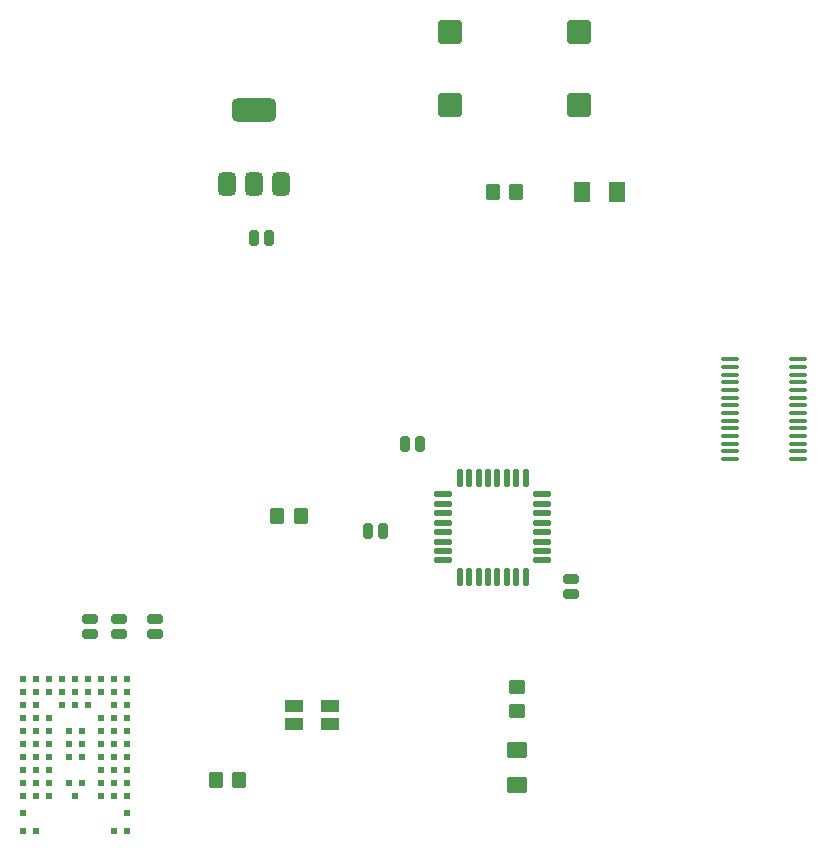
<source format=gbr>
%TF.GenerationSoftware,KiCad,Pcbnew,9.0.4*%
%TF.CreationDate,2025-10-16T20:53:51-05:00*%
%TF.ProjectId,MotorControl,4d6f746f-7243-46f6-9e74-726f6c2e6b69,rev?*%
%TF.SameCoordinates,Original*%
%TF.FileFunction,Paste,Top*%
%TF.FilePolarity,Positive*%
%FSLAX46Y46*%
G04 Gerber Fmt 4.6, Leading zero omitted, Abs format (unit mm)*
G04 Created by KiCad (PCBNEW 9.0.4) date 2025-10-16 20:53:51*
%MOMM*%
%LPD*%
G01*
G04 APERTURE LIST*
G04 Aperture macros list*
%AMRoundRect*
0 Rectangle with rounded corners*
0 $1 Rounding radius*
0 $2 $3 $4 $5 $6 $7 $8 $9 X,Y pos of 4 corners*
0 Add a 4 corners polygon primitive as box body*
4,1,4,$2,$3,$4,$5,$6,$7,$8,$9,$2,$3,0*
0 Add four circle primitives for the rounded corners*
1,1,$1+$1,$2,$3*
1,1,$1+$1,$4,$5*
1,1,$1+$1,$6,$7*
1,1,$1+$1,$8,$9*
0 Add four rect primitives between the rounded corners*
20,1,$1+$1,$2,$3,$4,$5,0*
20,1,$1+$1,$4,$5,$6,$7,0*
20,1,$1+$1,$6,$7,$8,$9,0*
20,1,$1+$1,$8,$9,$2,$3,0*%
G04 Aperture macros list end*
%ADD10RoundRect,0.208750X-0.431250X0.208750X-0.431250X-0.208750X0.431250X-0.208750X0.431250X0.208750X0*%
%ADD11RoundRect,0.250001X0.462499X0.624999X-0.462499X0.624999X-0.462499X-0.624999X0.462499X-0.624999X0*%
%ADD12R,1.500000X1.100000*%
%ADD13RoundRect,0.375000X0.375000X-0.625000X0.375000X0.625000X-0.375000X0.625000X-0.375000X-0.625000X0*%
%ADD14RoundRect,0.500000X1.400000X-0.500000X1.400000X0.500000X-1.400000X0.500000X-1.400000X-0.500000X0*%
%ADD15RoundRect,0.208750X0.208750X0.431250X-0.208750X0.431250X-0.208750X-0.431250X0.208750X-0.431250X0*%
%ADD16RoundRect,0.250000X0.750000X0.750000X-0.750000X0.750000X-0.750000X-0.750000X0.750000X-0.750000X0*%
%ADD17RoundRect,0.208750X0.431250X-0.208750X0.431250X0.208750X-0.431250X0.208750X-0.431250X-0.208750X0*%
%ADD18RoundRect,0.250001X0.624999X-0.462499X0.624999X0.462499X-0.624999X0.462499X-0.624999X-0.462499X0*%
%ADD19RoundRect,0.100000X0.637500X0.100000X-0.637500X0.100000X-0.637500X-0.100000X0.637500X-0.100000X0*%
%ADD20RoundRect,0.250000X0.450000X-0.350000X0.450000X0.350000X-0.450000X0.350000X-0.450000X-0.350000X0*%
%ADD21R,0.600000X0.600000*%
%ADD22RoundRect,0.250000X-0.350000X-0.450000X0.350000X-0.450000X0.350000X0.450000X-0.350000X0.450000X0*%
%ADD23RoundRect,0.250000X0.350000X0.450000X-0.350000X0.450000X-0.350000X-0.450000X0.350000X-0.450000X0*%
%ADD24RoundRect,0.208750X-0.208750X-0.431250X0.208750X-0.431250X0.208750X0.431250X-0.208750X0.431250X0*%
%ADD25RoundRect,0.125000X-0.625000X-0.125000X0.625000X-0.125000X0.625000X0.125000X-0.625000X0.125000X0*%
%ADD26RoundRect,0.125000X-0.125000X-0.625000X0.125000X-0.625000X0.125000X0.625000X-0.125000X0.625000X0*%
G04 APERTURE END LIST*
D10*
%TO.C,C7*%
X89000000Y-95372500D03*
X89000000Y-96627500D03*
%TD*%
D11*
%TO.C,D3*%
X131185000Y-59200000D03*
X128210000Y-59200000D03*
%TD*%
D12*
%TO.C,D1*%
X106817500Y-104220000D03*
X103817500Y-104220000D03*
X103817500Y-102720000D03*
X106817500Y-102720000D03*
%TD*%
D13*
%TO.C,U3*%
X98118300Y-58547400D03*
X100418300Y-58547400D03*
D14*
X100418300Y-52247400D03*
D13*
X102718300Y-58547400D03*
%TD*%
D15*
%TO.C,C3*%
X101673300Y-63068200D03*
X100418300Y-63068200D03*
%TD*%
D16*
%TO.C,J8*%
X127975000Y-51800000D03*
X127975000Y-45650000D03*
X116975000Y-45650000D03*
X116975000Y-51800000D03*
%TD*%
D17*
%TO.C,C5*%
X86500000Y-96627500D03*
X86500000Y-95372500D03*
%TD*%
D18*
%TO.C,D2*%
X122682000Y-109437500D03*
X122682000Y-106462500D03*
%TD*%
D19*
%TO.C,U1*%
X146475000Y-81800000D03*
X146475000Y-81150000D03*
X146475000Y-80500000D03*
X146475000Y-79850000D03*
X146475000Y-79200000D03*
X146475000Y-78550000D03*
X146475000Y-77900000D03*
X146475000Y-77250000D03*
X146475000Y-76600000D03*
X146475000Y-75950000D03*
X146475000Y-75300000D03*
X146475000Y-74650000D03*
X146475000Y-74000000D03*
X146475000Y-73350000D03*
X140750000Y-73350000D03*
X140750000Y-74000000D03*
X140750000Y-74650000D03*
X140750000Y-75300000D03*
X140750000Y-75950000D03*
X140750000Y-76600000D03*
X140750000Y-77250000D03*
X140750000Y-77900000D03*
X140750000Y-78550000D03*
X140750000Y-79200000D03*
X140750000Y-79850000D03*
X140750000Y-80500000D03*
X140750000Y-81150000D03*
X140750000Y-81800000D03*
%TD*%
D17*
%TO.C,C6*%
X92000000Y-96627500D03*
X92000000Y-95372500D03*
%TD*%
D20*
%TO.C,R1*%
X122682000Y-103092000D03*
X122682000Y-101092000D03*
%TD*%
D21*
%TO.C,U2*%
X80883400Y-100400000D03*
X81983400Y-100400000D03*
X83083400Y-100400000D03*
X84183400Y-100400000D03*
X85283400Y-100400000D03*
X86383400Y-100400000D03*
X87483400Y-100400000D03*
X88583400Y-100400000D03*
X89683400Y-100400000D03*
X80883400Y-101500000D03*
X81983400Y-101500000D03*
X83083400Y-101500000D03*
X84183400Y-101500000D03*
X85283400Y-101500000D03*
X86383400Y-101500000D03*
X87483400Y-101500000D03*
X88583400Y-101500000D03*
X89683400Y-101500000D03*
X80883400Y-102600000D03*
X81983400Y-102600000D03*
X84183400Y-102600000D03*
X85283400Y-102600000D03*
X86383400Y-102600000D03*
X88583400Y-102600000D03*
X89683400Y-102600000D03*
X80883400Y-103700000D03*
X81983400Y-103700000D03*
X83083400Y-103700000D03*
X87483400Y-103700000D03*
X88583400Y-103700000D03*
X89683400Y-103700000D03*
X80883400Y-104800000D03*
X81983400Y-104800000D03*
X83083400Y-104800000D03*
X84733400Y-104800000D03*
X85833400Y-104800000D03*
X87483400Y-104800000D03*
X88583400Y-104800000D03*
X89683400Y-104800000D03*
X80883400Y-105900000D03*
X81983400Y-105900000D03*
X83083400Y-105900000D03*
X84733400Y-105900000D03*
X85833400Y-105900000D03*
X87483400Y-105900000D03*
X88583400Y-105900000D03*
X89683400Y-105900000D03*
X80883400Y-107000000D03*
X81983400Y-107000000D03*
X83083400Y-107000000D03*
X84733400Y-107000000D03*
X85833400Y-107000000D03*
X87483400Y-107000000D03*
X88583400Y-107000000D03*
X89683400Y-107000000D03*
X80883400Y-108100000D03*
X81983400Y-108100000D03*
X83083400Y-108100000D03*
X87483400Y-108100000D03*
X88583400Y-108100000D03*
X89683400Y-108100000D03*
X80883400Y-109200000D03*
X81983400Y-109200000D03*
X83083400Y-109200000D03*
X84733400Y-109200000D03*
X85833400Y-109200000D03*
X87483400Y-109200000D03*
X88583400Y-109200000D03*
X89683400Y-109200000D03*
X80883400Y-110300000D03*
X81983400Y-110300000D03*
X83083400Y-110300000D03*
X85283400Y-110300000D03*
X87483400Y-110300000D03*
X88583400Y-110300000D03*
X89683400Y-110300000D03*
X80883400Y-111800000D03*
X89683400Y-111800000D03*
X80883400Y-113300000D03*
X81983400Y-113300000D03*
X88583400Y-113300000D03*
X89683400Y-113300000D03*
%TD*%
D22*
%TO.C,R4*%
X120631400Y-59200000D03*
X122631400Y-59200000D03*
%TD*%
D10*
%TO.C,C1*%
X127254000Y-91963000D03*
X127254000Y-93218000D03*
%TD*%
D23*
%TO.C,R2*%
X99180000Y-108980000D03*
X97180000Y-108980000D03*
%TD*%
D24*
%TO.C,C4*%
X113222800Y-80518000D03*
X114477800Y-80518000D03*
%TD*%
D25*
%TO.C,U4*%
X116455600Y-84788600D03*
X116455600Y-85588600D03*
X116455600Y-86388600D03*
X116455600Y-87188600D03*
X116455600Y-87988600D03*
X116455600Y-88788600D03*
X116455600Y-89588600D03*
X116455600Y-90388600D03*
D26*
X117830600Y-91763600D03*
X118630600Y-91763600D03*
X119430600Y-91763600D03*
X120230600Y-91763600D03*
X121030600Y-91763600D03*
X121830600Y-91763600D03*
X122630600Y-91763600D03*
X123430600Y-91763600D03*
D25*
X124805600Y-90388600D03*
X124805600Y-89588600D03*
X124805600Y-88788600D03*
X124805600Y-87988600D03*
X124805600Y-87188600D03*
X124805600Y-86388600D03*
X124805600Y-85588600D03*
X124805600Y-84788600D03*
D26*
X123430600Y-83413600D03*
X122630600Y-83413600D03*
X121830600Y-83413600D03*
X121030600Y-83413600D03*
X120230600Y-83413600D03*
X119430600Y-83413600D03*
X118630600Y-83413600D03*
X117830600Y-83413600D03*
%TD*%
D15*
%TO.C,C2*%
X111371500Y-87884000D03*
X110116500Y-87884000D03*
%TD*%
D22*
%TO.C,R3*%
X102394000Y-86614000D03*
X104394000Y-86614000D03*
%TD*%
M02*

</source>
